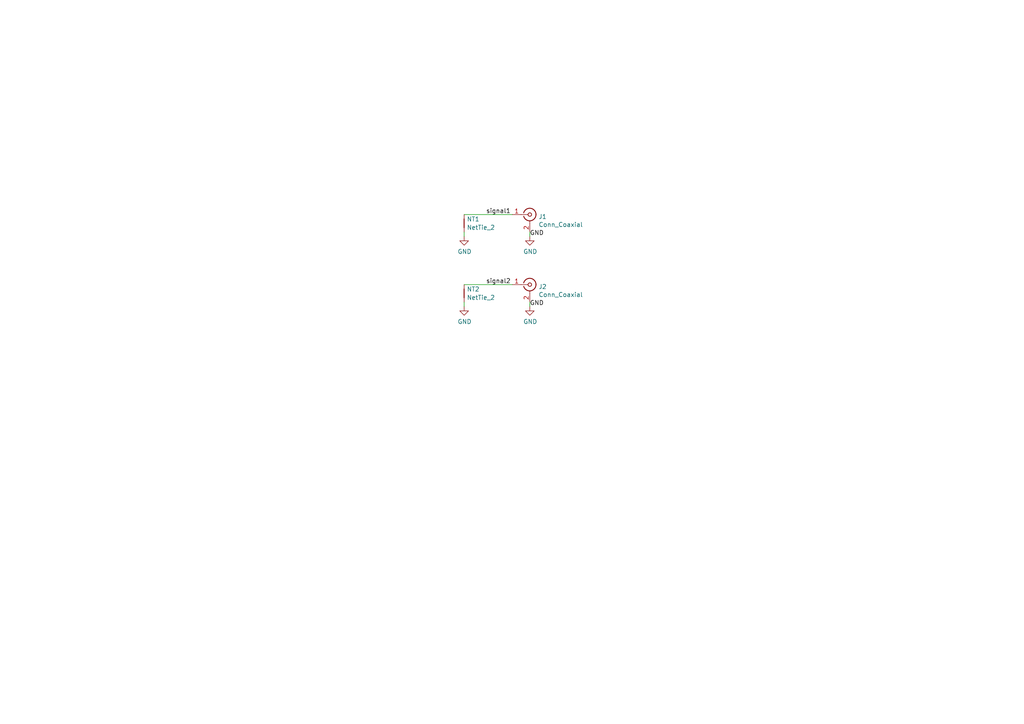
<source format=kicad_sch>
(kicad_sch (version 20231120) (generator "eeschema") (generator_version "8.0")
  (paper "A4")
  (lib_symbols
    (symbol "Connector:Conn_Coaxial" (pin_names (offset 1.016) hide)
      (property "Reference" "J" (at 0.254 3.048 0))
      (property "Value" "Conn_Coaxial" (at 2.921 0 90))
      (symbol "Conn_Coaxial_0_1"
        (arc (start -1.778 -0.508) (mid 0.2311 -1.8066) (end 1.778 0) (stroke (width 0.254)))
        (polyline (pts (xy -2.54 0) (xy -0.508 0)))
        (polyline (pts (xy 0 -2.54) (xy 0 -1.778)))
        (circle (center 0 0) (radius 0.508) (stroke (width 0.2032)))
        (arc (start 1.778 0) (mid 0.2099 1.8101) (end -1.778 0.508) (stroke (width 0.254)))
      )
      (symbol "Conn_Coaxial_1_1"
        (pin passive line (at -5.08 0 0) (length 2.54) (name "In") (number "1"))
        (pin passive line (at 0 -5.08 90) (length 2.54) (name "Ext") (number "2"))
      )
    )
    (symbol "Device:NetTie_2" (pin_numbers hide) (pin_names (offset 0) hide) (in_bom no)
      (property "Reference" "NT" (at 0 1.27 0))
      (property "Value" "NetTie_2" (at 0 -1.27 0))
      (symbol "NetTie_2_0_1"
        (polyline (pts (xy -1.27 0) (xy 1.27 0)) (stroke (width 0.254)))
      )
      (symbol "NetTie_2_1_1"
        (pin passive line (at -2.54 0 0) (length 2.54) (name "1") (number "1"))
        (pin passive line (at 2.54 0 180) (length 2.54) (name "2") (number "2"))
      )
    )
    (symbol "power:GND" (power) (pin_names (offset 0))
      (property "Value" "GND" (at 0 -3.81 0))
      (symbol "GND_0_1"
        (polyline (pts (xy 0 0) (xy 0 -1.27) (xy 1.27 -1.27) (xy 0 -2.54) (xy -1.27 -1.27) (xy 0 -1.27)))
      )
      (symbol "GND_1_1"
        (pin power_in line (at 0 0 270) (length 0) hide (name "GND") (number "1"))
      )
    )
  )
  (wire (pts (xy 153.67 67.31) (xy 153.67 68.58)))
  (wire (pts (xy 134.62 82.55) (xy 148.59 82.55)))
  (wire (pts (xy 134.62 67.31) (xy 134.62 68.58)))
  (wire (pts (xy 153.67 87.63) (xy 153.67 88.9)))
  (wire (pts (xy 134.62 62.23) (xy 148.59 62.23)))
  (wire (pts (xy 134.62 87.63) (xy 134.62 88.9)))
  (label "GND" (at 153.67 88.9 0))
  (label "signal1" (at 140.97 62.23 0))
  (label "signal2" (at 140.97 82.55 0))
  (label "GND" (at 153.67 68.58 0))
  (symbol (lib_id "power:GND") (at 134.62 68.58 0) (unit 1)
    (property "Reference" "#PWR0102" (effects (hide yes)))
    (property "Value" "GND" (at 134.747 72.9742 0))
  )
  (symbol (lib_id "Connector:Conn_Coaxial") (at 153.67 62.23 0) (unit 1)
    (property "Reference" "J1" (at 156.1846 62.8396 0) (effects (justify left)))
    (property "Value" "Conn_Coaxial" (at 156.1846 65.151 0) (effects (justify left)))
    (property "Footprint" "User:SMAEdge" (effects (hide yes)))
    (property "Datasheet" " ~" (effects (hide yes)))
  )
  (symbol (lib_id "power:GND") (at 153.67 68.58 0) (unit 1)
    (property "Reference" "#PWR0101" (effects (hide yes)))
    (property "Value" "GND" (at 153.797 72.9742 0))
  )
  (symbol (lib_id "power:GND") (at 134.62 88.9 0) (unit 1)
    (property "Reference" "#PWR01" (effects (hide yes)))
    (property "Value" "GND" (at 134.747 93.2942 0))
  )
  (symbol (lib_id "Connector:Conn_Coaxial") (at 153.67 82.55 0) (unit 1)
    (property "Reference" "J2" (at 156.1846 83.1596 0) (effects (justify left)))
    (property "Value" "Conn_Coaxial" (at 156.1846 85.471 0) (effects (justify left)))
    (property "Footprint" "User:SMAEdge" (effects (hide yes)))
    (property "Datasheet" " ~" (effects (hide yes)))
  )
  (symbol (lib_id "Device:NetTie_2") (at 134.62 64.77 90) (unit 1) (in_bom no)
    (property "Reference" "NT1" (at 135.382 63.5578 90) (effects (justify right)))
    (property "Value" "NetTie_2" (at 135.382 65.9821 90) (effects (justify right)))
    (property "Description" "Net tie, 2 pins" (effects (hide yes)))
  )
  (symbol (lib_id "Device:NetTie_2") (at 134.62 85.09 90) (unit 1) (in_bom no)
    (property "Reference" "NT2" (at 135.382 83.8778 90) (effects (justify right)))
    (property "Value" "NetTie_2" (at 135.382 86.3021 90) (effects (justify right)))
    (property "Description" "Net tie, 2 pins" (effects (hide yes)))
  )
  (symbol (lib_id "power:GND") (at 153.67 88.9 0) (unit 1)
    (property "Reference" "#PWR02" (effects (hide yes)))
    (property "Value" "GND" (at 153.797 93.2942 0))
  )
)
</source>
